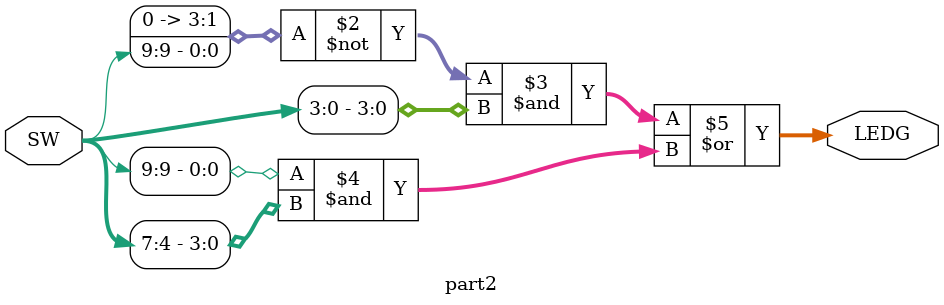
<source format=v>
module part2 (SW, LEDG);
	input [9:0]SW;
	output [3:0]LEDG;
	assign LEDG[3:0] = (~SW[9] & SW[3:0]) | (SW[9] & SW[7:4]);
endmodule

</source>
